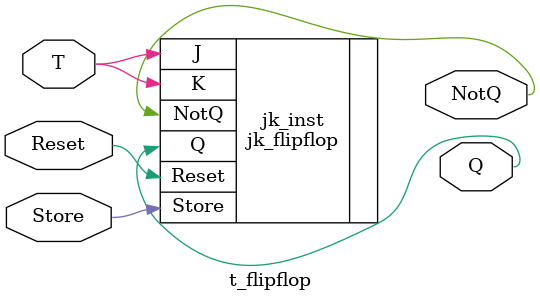
<source format=v>
module t_flipflop(
    input T, Store, Reset,
    output Q, NotQ
);
    
    jk_flipflop jk_inst(
        .J(T),
        .K(T),
        .Reset(Reset),
        .Store(Store),
        .Q(Q),
        .NotQ(NotQ)
    );
    
endmodule

</source>
